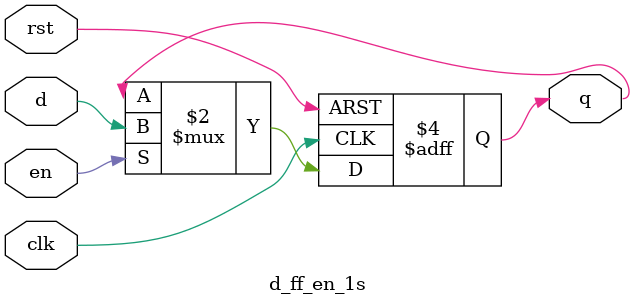
<source format=v>
`timescale 1ns / 1ps


module d_ff_en_1s
(   input wire clk, rst,
    input wire en,
    input wire d,
    output reg q);
    
    always @(posedge clk, posedge rst) begin
        if(rst) 
            q <= 1'b0;
        else if (en)
            q <= d;
    end
endmodule

</source>
